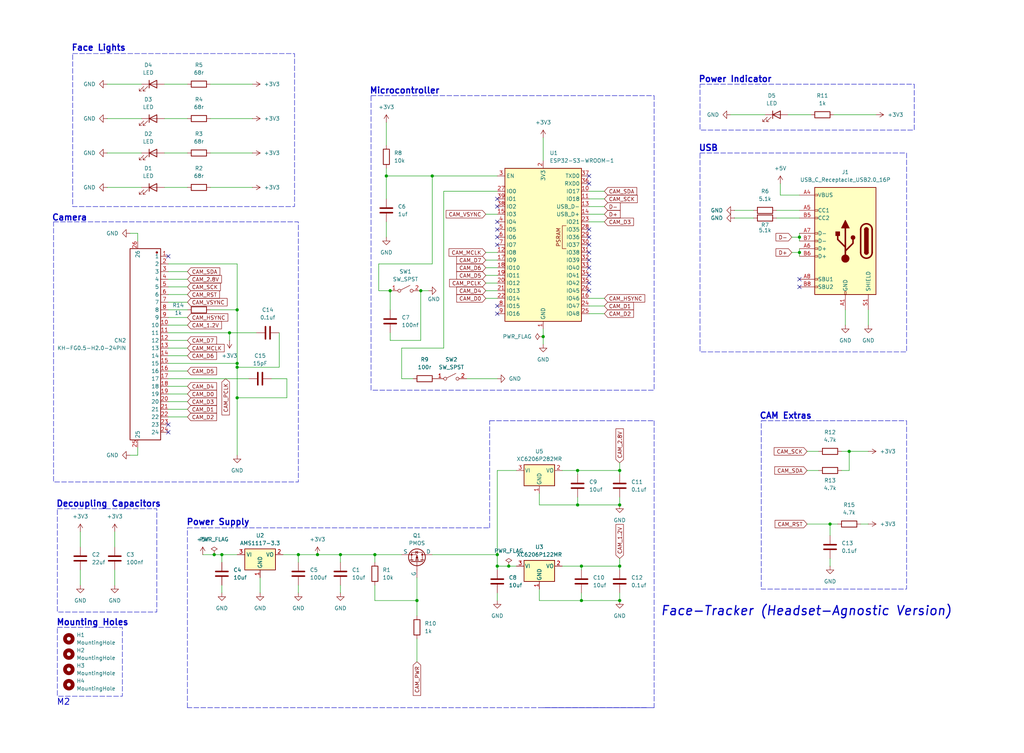
<source format=kicad_sch>
(kicad_sch (version 20250114) (generator "eeschema") (generator_version "9.0")
  (paper "User" 340 250)
  (title_block (title "FaceTracker") (date "2026-01-25") (rev "EV2") (company "Primis"))
  (rectangle (start 24.13 17.78) (end 97.79 68.58) (stroke (width 0) (type dash)))
  (rectangle (start 252.73 139.7) (end 300.99 195.58) (stroke (width 0) (type dash)))
  (rectangle (start 17.78 73.66) (end 99.06 160.02) (stroke (width 0) (type dash)))
  (rectangle (start 19.05 168.91) (end 52.07 203.2) (stroke (width 0) (type dash)))
  (rectangle (start 232.41 50.8) (end 300.99 116.84) (stroke (width 0) (type dash)))
  (rectangle (start 123.19 31.75) (end 217.17 129.54) (stroke (width 0) (type dash)))
  (rectangle (start 19.05 208.28) (end 40.64 231.14) (stroke (width 0) (type dash)))
  (rectangle (start 232.41 27.94) (end 303.53 43.18) (stroke (width 0) (type dash)))
  (text "Decoupling Capacitors" (at 36.068 167.386 0) (effects (font (size 2.032 2.032) (thickness 0.4064) (bold yes))))
  (text "Face Lights" (at 32.766 16.002 0) (effects (font (size 2.032 2.032) (thickness 0.4064) (bold yes))))
  (text "Mounting Holes" (at 30.734 206.756 0) (effects (font (size 2.032 2.032) (thickness 0.4064) (bold yes))))
  (text "Microcontroller\n" (at 134.366 30.226 0) (effects (font (size 2.032 2.032) (thickness 0.4064) (bold yes))))
  (text "Power Indicator" (at 244.094 26.416 0) (effects (font (size 2.032 2.032) (thickness 0.4064) (bold yes))))
  (text "M2" (at 21.082 233.172 0) (effects (font (size 2.032 2.032) (thickness 0.254))))
  (text "Face-Tracker (Headset-Agnostic Version)" (at 267.716 202.946 0) (effects (font (size 3.0226 3.0226) (thickness 0.4064) (bold yes) (italic yes))))
  (text "USB" (at 235.204 49.276 0) (effects (font (size 2.032 2.032) (thickness 0.4064) (bold yes))))
  (text "Camera" (at 23.114 72.39 0) (effects (font (size 2.032 2.032) (thickness 0.4064) (bold yes))))
  (text "CAM Extras" (at 260.858 138.176 0) (effects (font (size 2.032 2.032) (thickness 0.4064) (bold yes))))
  (text "Power Supply" (at 72.39 173.482 0) (effects (font (size 2.032 2.032) (thickness 0.4064) (bold yes))))
  (junction (at 205.74 167.64))
  (junction (at 78.74 120.65))
  (junction (at 78.74 102.87))
  (junction (at 99.06 184.15))
  (junction (at 139.7 96.52))
  (junction (at 168.91 187.96))
  (junction (at 265.43 83.82))
  (junction (at 193.04 199.39))
  (junction (at 105.41 184.15))
  (junction (at 78.74 132.08))
  (junction (at 165.1 184.15))
  (junction (at 275.59 173.99))
  (junction (at 180.34 111.76))
  (junction (at 165.1 187.96))
  (junction (at 128.27 58.42))
  (junction (at 73.66 184.15))
  (junction (at 205.74 187.96))
  (junction (at 124.46 184.15))
  (junction (at 71.12 184.15))
  (junction (at 205.74 199.39))
  (junction (at 205.74 156.21))
  (junction (at 143.51 58.42))
  (junction (at 193.04 187.96))
  (junction (at 129.54 96.52))
  (junction (at 281.94 149.86))
  (junction (at 76.2 110.49))
  (junction (at 78.74 121.92))
  (junction (at 191.77 156.21))
  (junction (at 138.43 199.39))
  (junction (at 191.77 167.64))
  (junction (at 113.03 184.15))
  (junction (at 265.43 78.74))
  (no_connect (at 165.1 73.66))
  (no_connect (at 165.1 78.74))
  (no_connect (at 165.1 101.6))
  (no_connect (at 195.58 76.2))
  (no_connect (at 195.58 86.36))
  (no_connect (at 165.1 66.04))
  (no_connect (at 195.58 81.28))
  (no_connect (at 195.58 91.44))
  (no_connect (at 55.88 85.09))
  (no_connect (at 165.1 104.14))
  (no_connect (at 195.58 78.74))
  (no_connect (at 195.58 83.82))
  (no_connect (at 195.58 88.9))
  (no_connect (at 165.1 81.28))
  (no_connect (at 55.88 143.51))
  (no_connect (at 265.43 95.25))
  (no_connect (at 195.58 60.96))
  (no_connect (at 55.88 140.97))
  (no_connect (at 165.1 76.2))
  (no_connect (at 165.1 68.58))
  (no_connect (at 195.58 93.98))
  (no_connect (at 195.58 96.52))
  (no_connect (at 265.43 92.71))
  (no_connect (at 195.58 58.42))
  (wire (pts (xy 99.06 184.15) (xy 105.41 184.15)))
  (wire (pts (xy 55.88 92.71) (xy 62.23 92.71)))
  (wire (pts (xy 139.7 96.52) (xy 142.24 96.52)))
  (wire (pts (xy 78.74 120.65) (xy 78.74 121.92)))
  (wire (pts (xy 265.43 64.77) (xy 259.08 64.77)))
  (wire (pts (xy 76.2 110.49) (xy 76.2 113.03)))
  (wire (pts (xy 54.61 62.23) (xy 62.23 62.23)))
  (wire (pts (xy 161.29 71.12) (xy 165.1 71.12)))
  (wire (pts (xy 133.35 125.73) (xy 137.16 125.73)))
  (wire (pts (xy 143.51 87.63) (xy 125.73 87.63)))
  (wire (pts (xy 45.72 151.13) (xy 43.18 151.13)))
  (wire (pts (xy 259.08 64.77) (xy 259.08 60.96)))
  (wire (pts (xy 129.54 96.52) (xy 129.54 102.87)))
  (wire (pts (xy 95.25 132.08) (xy 78.74 132.08)))
  (polyline (pts (xy 162.56 139.7) (xy 217.17 139.7)) (stroke (width 0) (type dash)))
  (wire (pts (xy 128.27 58.42) (xy 143.51 58.42)))
  (wire (pts (xy 71.12 184.15) (xy 73.66 184.15)))
  (wire (pts (xy 35.56 50.8) (xy 46.99 50.8)))
  (wire (pts (xy 154.94 125.73) (xy 165.1 125.73)))
  (wire (pts (xy 191.77 167.64) (xy 205.74 167.64)))
  (wire (pts (xy 186.69 156.21) (xy 191.77 156.21)))
  (wire (pts (xy 257.81 69.85) (xy 265.43 69.85)))
  (wire (pts (xy 55.88 90.17) (xy 62.23 90.17)))
  (wire (pts (xy 205.74 187.96) (xy 205.74 185.42)))
  (wire (pts (xy 55.88 102.87) (xy 62.23 102.87)))
  (wire (pts (xy 55.88 118.11) (xy 62.23 118.11)))
  (wire (pts (xy 165.1 184.15) (xy 165.1 156.21)))
  (wire (pts (xy 55.88 87.63) (xy 78.74 87.63)))
  (wire (pts (xy 275.59 173.99) (xy 278.13 173.99)))
  (wire (pts (xy 113.03 184.15) (xy 113.03 186.69)))
  (wire (pts (xy 124.46 184.15) (xy 124.46 186.69)))
  (wire (pts (xy 195.58 101.6) (xy 200.66 101.6)))
  (wire (pts (xy 128.27 40.64) (xy 128.27 48.26)))
  (wire (pts (xy 73.66 184.15) (xy 73.66 186.69)))
  (wire (pts (xy 281.94 149.86) (xy 288.29 149.86)))
  (wire (pts (xy 242.57 38.1) (xy 254 38.1)))
  (wire (pts (xy 276.86 38.1) (xy 290.83 38.1)))
  (wire (pts (xy 125.73 87.63) (xy 125.73 96.52)))
  (wire (pts (xy 55.88 138.43) (xy 62.23 138.43)))
  (wire (pts (xy 265.43 82.55) (xy 265.43 83.82)))
  (wire (pts (xy 73.66 184.15) (xy 78.74 184.15)))
  (wire (pts (xy 55.88 133.35) (xy 62.23 133.35)))
  (wire (pts (xy 45.72 148.59) (xy 45.72 151.13)))
  (wire (pts (xy 128.27 58.42) (xy 128.27 66.04)))
  (wire (pts (xy 99.06 194.31) (xy 99.06 196.85)))
  (wire (pts (xy 55.88 130.81) (xy 62.23 130.81)))
  (wire (pts (xy 205.74 165.1) (xy 205.74 167.64)))
  (wire (pts (xy 55.88 97.79) (xy 62.23 97.79)))
  (wire (pts (xy 76.2 110.49) (xy 85.09 110.49)))
  (wire (pts (xy 243.84 72.39) (xy 250.19 72.39)))
  (wire (pts (xy 180.34 111.76) (xy 180.34 114.3)))
  (polyline (pts (xy 217.17 234.95) (xy 180.34 234.95)))
  (wire (pts (xy 257.81 72.39) (xy 265.43 72.39)))
  (wire (pts (xy 92.71 110.49) (xy 92.71 121.92)))
  (wire (pts (xy 38.1 176.53) (xy 38.1 181.61)))
  (wire (pts (xy 133.35 115.57) (xy 133.35 125.73)))
  (wire (pts (xy 55.88 120.65) (xy 78.74 120.65)))
  (wire (pts (xy 205.74 156.21) (xy 205.74 153.67)))
  (wire (pts (xy 195.58 73.66) (xy 200.66 73.66)))
  (wire (pts (xy 179.07 195.58) (xy 179.07 199.39)))
  (wire (pts (xy 55.88 113.03) (xy 62.23 113.03)))
  (wire (pts (xy 113.03 184.15) (xy 124.46 184.15)))
  (wire (pts (xy 205.74 156.21) (xy 205.74 157.48)))
  (wire (pts (xy 267.97 156.21) (xy 271.78 156.21)))
  (wire (pts (xy 99.06 184.15) (xy 99.06 186.69)))
  (wire (pts (xy 138.43 199.39) (xy 138.43 204.47)))
  (wire (pts (xy 113.03 194.31) (xy 113.03 196.85)))
  (wire (pts (xy 92.71 121.92) (xy 78.74 121.92)))
  (wire (pts (xy 95.25 125.73) (xy 95.25 132.08)))
  (wire (pts (xy 179.07 199.39) (xy 193.04 199.39)))
  (wire (pts (xy 161.29 88.9) (xy 165.1 88.9)))
  (polyline (pts (xy 62.23 234.95) (xy 62.23 175.26)) (stroke (width 0) (type dash)))
  (wire (pts (xy 279.4 156.21) (xy 281.94 156.21)))
  (wire (pts (xy 161.29 96.52) (xy 165.1 96.52)))
  (wire (pts (xy 38.1 189.23) (xy 38.1 194.31)))
  (wire (pts (xy 165.1 156.21) (xy 171.45 156.21)))
  (wire (pts (xy 138.43 191.77) (xy 138.43 199.39)))
  (wire (pts (xy 55.88 100.33) (xy 62.23 100.33)))
  (wire (pts (xy 275.59 173.99) (xy 275.59 177.8)))
  (wire (pts (xy 128.27 55.88) (xy 128.27 58.42)))
  (wire (pts (xy 195.58 66.04) (xy 200.66 66.04)))
  (wire (pts (xy 279.4 149.86) (xy 281.94 149.86)))
  (wire (pts (xy 195.58 99.06) (xy 200.66 99.06)))
  (wire (pts (xy 78.74 132.08) (xy 78.74 151.13)))
  (wire (pts (xy 191.77 156.21) (xy 191.77 157.48)))
  (wire (pts (xy 180.34 45.72) (xy 180.34 53.34)))
  (wire (pts (xy 45.72 80.01) (xy 45.72 77.47)))
  (wire (pts (xy 161.29 99.06) (xy 165.1 99.06)))
  (wire (pts (xy 195.58 71.12) (xy 200.66 71.12)))
  (wire (pts (xy 139.7 113.03) (xy 139.7 96.52)))
  (wire (pts (xy 78.74 102.87) (xy 78.74 120.65)))
  (wire (pts (xy 195.58 63.5) (xy 200.66 63.5)))
  (wire (pts (xy 55.88 123.19) (xy 62.23 123.19)))
  (wire (pts (xy 165.1 184.15) (xy 165.1 187.96)))
  (wire (pts (xy 54.61 39.37) (xy 62.23 39.37)))
  (wire (pts (xy 165.1 63.5) (xy 147.32 63.5)))
  (wire (pts (xy 193.04 187.96) (xy 193.04 189.23)))
  (wire (pts (xy 191.77 165.1) (xy 191.77 167.64)))
  (wire (pts (xy 267.97 149.86) (xy 271.78 149.86)))
  (wire (pts (xy 69.85 50.8) (xy 83.82 50.8)))
  (wire (pts (xy 265.43 77.47) (xy 265.43 78.74)))
  (wire (pts (xy 205.74 196.85) (xy 205.74 199.39)))
  (polyline (pts (xy 217.17 139.7) (xy 217.17 234.95)) (stroke (width 0) (type dash)))
  (wire (pts (xy 191.77 156.21) (xy 205.74 156.21)))
  (wire (pts (xy 73.66 194.31) (xy 73.66 196.85)))
  (wire (pts (xy 205.74 187.96) (xy 205.74 189.23)))
  (wire (pts (xy 147.32 63.5) (xy 147.32 115.57)))
  (wire (pts (xy 55.88 95.25) (xy 62.23 95.25)))
  (wire (pts (xy 55.88 125.73) (xy 82.55 125.73)))
  (wire (pts (xy 165.1 187.96) (xy 168.91 187.96)))
  (wire (pts (xy 143.51 184.15) (xy 165.1 184.15)))
  (wire (pts (xy 267.97 173.99) (xy 275.59 173.99)))
  (polyline (pts (xy 62.23 175.26) (xy 162.56 175.26)) (stroke (width 0) (type dash)))
  (wire (pts (xy 275.59 185.42) (xy 275.59 187.96)))
  (wire (pts (xy 69.85 102.87) (xy 78.74 102.87)))
  (wire (pts (xy 55.88 128.27) (xy 62.23 128.27)))
  (wire (pts (xy 129.54 110.49) (xy 129.54 113.03)))
  (wire (pts (xy 262.89 83.82) (xy 265.43 83.82)))
  (wire (pts (xy 261.62 38.1) (xy 269.24 38.1)))
  (wire (pts (xy 179.07 167.64) (xy 191.77 167.64)))
  (wire (pts (xy 54.61 50.8) (xy 62.23 50.8)))
  (wire (pts (xy 124.46 194.31) (xy 124.46 199.39)))
  (wire (pts (xy 193.04 199.39) (xy 205.74 199.39)))
  (wire (pts (xy 78.74 87.63) (xy 78.74 102.87)))
  (wire (pts (xy 193.04 187.96) (xy 205.74 187.96)))
  (wire (pts (xy 161.29 86.36) (xy 165.1 86.36)))
  (wire (pts (xy 195.58 68.58) (xy 200.66 68.58)))
  (wire (pts (xy 55.88 105.41) (xy 62.23 105.41)))
  (wire (pts (xy 67.31 184.15) (xy 71.12 184.15)))
  (wire (pts (xy 45.72 77.47) (xy 43.18 77.47)))
  (wire (pts (xy 124.46 199.39) (xy 138.43 199.39)))
  (wire (pts (xy 161.29 93.98) (xy 165.1 93.98)))
  (wire (pts (xy 26.67 189.23) (xy 26.67 194.31)))
  (wire (pts (xy 69.85 39.37) (xy 83.82 39.37)))
  (wire (pts (xy 124.46 184.15) (xy 133.35 184.15)))
  (wire (pts (xy 55.88 107.95) (xy 62.23 107.95)))
  (wire (pts (xy 55.88 135.89) (xy 62.23 135.89)))
  (wire (pts (xy 161.29 91.44) (xy 165.1 91.44)))
  (wire (pts (xy 35.56 27.94) (xy 46.99 27.94)))
  (wire (pts (xy 280.67 102.87) (xy 280.67 107.95)))
  (wire (pts (xy 165.1 196.85) (xy 165.1 199.39)))
  (wire (pts (xy 186.69 187.96) (xy 193.04 187.96)))
  (wire (pts (xy 86.36 191.77) (xy 86.36 196.85)))
  (wire (pts (xy 69.85 27.94) (xy 83.82 27.94)))
  (wire (pts (xy 26.67 176.53) (xy 26.67 181.61)))
  (wire (pts (xy 35.56 62.23) (xy 46.99 62.23)))
  (wire (pts (xy 54.61 27.94) (xy 62.23 27.94)))
  (wire (pts (xy 93.98 184.15) (xy 99.06 184.15)))
  (wire (pts (xy 165.1 187.96) (xy 165.1 189.23)))
  (polyline (pts (xy 214.63 234.95) (xy 62.23 234.95)) (stroke (width 0) (type dash)))
  (wire (pts (xy 288.29 102.87) (xy 288.29 107.95)))
  (wire (pts (xy 78.74 121.92) (xy 78.74 132.08)))
  (wire (pts (xy 128.27 73.66) (xy 128.27 78.74)))
  (wire (pts (xy 193.04 196.85) (xy 193.04 199.39)))
  (wire (pts (xy 265.43 83.82) (xy 265.43 85.09)))
  (wire (pts (xy 265.43 78.74) (xy 265.43 80.01)))
  (wire (pts (xy 281.94 156.21) (xy 281.94 149.86)))
  (wire (pts (xy 138.43 212.09) (xy 138.43 219.71)))
  (wire (pts (xy 125.73 96.52) (xy 129.54 96.52)))
  (wire (pts (xy 180.34 109.22) (xy 180.34 111.76)))
  (wire (pts (xy 35.56 39.37) (xy 46.99 39.37)))
  (wire (pts (xy 55.88 110.49) (xy 76.2 110.49)))
  (wire (pts (xy 147.32 115.57) (xy 133.35 115.57)))
  (wire (pts (xy 69.85 62.23) (xy 83.82 62.23)))
  (wire (pts (xy 262.89 78.74) (xy 265.43 78.74)))
  (wire (pts (xy 105.41 184.15) (xy 113.03 184.15)))
  (wire (pts (xy 161.29 83.82) (xy 165.1 83.82)))
  (wire (pts (xy 143.51 58.42) (xy 143.51 87.63)))
  (wire (pts (xy 243.84 69.85) (xy 250.19 69.85)))
  (polyline (pts (xy 162.56 175.26) (xy 162.56 139.7)) (stroke (width 0) (type dash)))
  (wire (pts (xy 285.75 173.99) (xy 288.29 173.99)))
  (wire (pts (xy 55.88 115.57) (xy 62.23 115.57)))
  (wire (pts (xy 179.07 163.83) (xy 179.07 167.64)))
  (wire (pts (xy 129.54 113.03) (xy 139.7 113.03)))
  (wire (pts (xy 195.58 104.14) (xy 200.66 104.14)))
  (wire (pts (xy 90.17 125.73) (xy 95.25 125.73)))
  (wire (pts (xy 143.51 58.42) (xy 165.1 58.42)))
  (wire (pts (xy 168.91 187.96) (xy 171.45 187.96)))
  (global_label "CAM_SDA" (shape input) (at 200.66 63.5 0) (property "Intersheetrefs" "${INTERSHEET_REFS}" (effects (hide yes))))
  (global_label "D+" (shape input) (at 262.89 83.82 180) (property "Intersheetrefs" "${INTERSHEET_REFS}" (effects (hide yes))))
  (global_label "CAM_SCK" (shape input) (at 267.97 149.86 180) (property "Intersheetrefs" "${INTERSHEET_REFS}" (effects (hide yes))))
  (global_label "CAM_2.8V" (shape input) (at 62.23 92.71 0) (property "Intersheetrefs" "${INTERSHEET_REFS}" (effects (hide yes))))
  (global_label "CAM_D0" (shape input) (at 62.23 130.81 0) (property "Intersheetrefs" "${INTERSHEET_REFS}" (effects (hide yes))))
  (global_label "CAM_D4" (shape input) (at 161.29 96.52 180) (property "Intersheetrefs" "${INTERSHEET_REFS}" (effects (hide yes))))
  (global_label "CAM_D3" (shape input) (at 62.23 133.35 0) (property "Intersheetrefs" "${INTERSHEET_REFS}" (effects (hide yes))))
  (global_label "CAM_VSYNC" (shape input) (at 62.23 100.33 0) (property "Intersheetrefs" "${INTERSHEET_REFS}" (effects (hide yes))))
  (global_label "CAM_PCLK" (shape input) (at 74.93 125.73 270) (property "Intersheetrefs" "${INTERSHEET_REFS}" (effects (hide yes))))
  (global_label "CAM_D4" (shape input) (at 62.23 128.27 0) (property "Intersheetrefs" "${INTERSHEET_REFS}" (effects (hide yes))))
  (global_label "CAM_RST" (shape input) (at 267.97 173.99 180) (property "Intersheetrefs" "${INTERSHEET_REFS}" (effects (hide yes))))
  (global_label "CAM_SDA" (shape input) (at 267.97 156.21 180) (property "Intersheetrefs" "${INTERSHEET_REFS}" (effects (hide yes))))
  (global_label "CAM_D0" (shape input) (at 161.29 99.06 180) (property "Intersheetrefs" "${INTERSHEET_REFS}" (effects (hide yes))))
  (global_label "CAM_HSYNC" (shape input) (at 62.23 105.41 0) (property "Intersheetrefs" "${INTERSHEET_REFS}" (effects (hide yes))))
  (global_label "CAM_VSYNC" (shape input) (at 161.29 71.12 180) (property "Intersheetrefs" "${INTERSHEET_REFS}" (effects (hide yes))))
  (global_label "D+" (shape input) (at 200.66 71.12 0) (property "Intersheetrefs" "${INTERSHEET_REFS}" (effects (hide yes))))
  (global_label "CAM_D1" (shape input) (at 62.23 135.89 0) (property "Intersheetrefs" "${INTERSHEET_REFS}" (effects (hide yes))))
  (global_label "CAM_HSYNC" (shape input) (at 200.66 99.06 0) (property "Intersheetrefs" "${INTERSHEET_REFS}" (effects (hide yes))))
  (global_label "CAM_MCLK" (shape input) (at 161.29 83.82 180) (property "Intersheetrefs" "${INTERSHEET_REFS}" (effects (hide yes))))
  (global_label "CAM_D1" (shape input) (at 200.66 101.6 0) (property "Intersheetrefs" "${INTERSHEET_REFS}" (effects (hide yes))))
  (global_label "CAM_D5" (shape input) (at 62.23 123.19 0) (property "Intersheetrefs" "${INTERSHEET_REFS}" (effects (hide yes))))
  (global_label "CAM_D3" (shape input) (at 200.66 73.66 0) (property "Intersheetrefs" "${INTERSHEET_REFS}" (effects (hide yes))))
  (global_label "CAM_PWR" (shape input) (at 138.43 219.71 270) (property "Intersheetrefs" "${INTERSHEET_REFS}" (effects (hide yes))))
  (global_label "CAM_SCK" (shape input) (at 200.66 66.04 0) (property "Intersheetrefs" "${INTERSHEET_REFS}" (effects (hide yes))))
  (global_label "CAM_D2" (shape input) (at 62.23 138.43 0) (property "Intersheetrefs" "${INTERSHEET_REFS}" (effects (hide yes))))
  (global_label "CAM_RST" (shape input) (at 62.23 97.79 0) (property "Intersheetrefs" "${INTERSHEET_REFS}" (effects (hide yes))))
  (global_label "CAM_D6" (shape input) (at 62.23 118.11 0) (property "Intersheetrefs" "${INTERSHEET_REFS}" (effects (hide yes))))
  (global_label "CAM_1.2V" (shape input) (at 205.74 185.42 90) (property "Intersheetrefs" "${INTERSHEET_REFS}" (effects (hide yes))))
  (global_label "CAM_D7" (shape input) (at 62.23 113.03 0) (property "Intersheetrefs" "${INTERSHEET_REFS}" (effects (hide yes))))
  (global_label "D-" (shape input) (at 262.89 78.74 180) (property "Intersheetrefs" "${INTERSHEET_REFS}" (effects (hide yes))))
  (global_label "CAM_D6" (shape input) (at 161.29 88.9 180) (property "Intersheetrefs" "${INTERSHEET_REFS}" (effects (hide yes))))
  (global_label "D-" (shape input) (at 200.66 68.58 0) (property "Intersheetrefs" "${INTERSHEET_REFS}" (effects (hide yes))))
  (global_label "CAM_MCLK" (shape input) (at 62.23 115.57 0) (property "Intersheetrefs" "${INTERSHEET_REFS}" (effects (hide yes))))
  (global_label "CAM_D7" (shape input) (at 161.29 86.36 180) (property "Intersheetrefs" "${INTERSHEET_REFS}" (effects (hide yes))))
  (global_label "CAM_D5" (shape input) (at 161.29 91.44 180) (property "Intersheetrefs" "${INTERSHEET_REFS}" (effects (hide yes))))
  (global_label "CAM_SDA" (shape input) (at 62.23 90.17 0) (property "Intersheetrefs" "${INTERSHEET_REFS}" (effects (hide yes))))
  (global_label "CAM_D2" (shape input) (at 200.66 104.14 0) (property "Intersheetrefs" "${INTERSHEET_REFS}" (effects (hide yes))))
  (global_label "CAM_1.2V" (shape input) (at 62.23 107.95 0) (property "Intersheetrefs" "${INTERSHEET_REFS}" (effects (hide yes))))
  (global_label "CAM_SCK" (shape input) (at 62.23 95.25 0) (property "Intersheetrefs" "${INTERSHEET_REFS}" (effects (hide yes))))
  (global_label "CAM_PCLK" (shape input) (at 161.29 93.98 180) (property "Intersheetrefs" "${INTERSHEET_REFS}" (effects (hide yes))))
  (global_label "CAM_2.8V" (shape input) (at 205.74 153.67 90) (property "Intersheetrefs" "${INTERSHEET_REFS}" (effects (hide yes))))
  (symbol (lib_id "power:GND") (at 205.74 199.39 0) (unit 1)
    (property "Reference" "#PWR032" (effects (hide yes)))
    (property "Value" "GND" (at 205.74 204.47 0))
    (property "Description" "Power symbol creates a global label with name \"GND\" , ground" (effects (hide yes)))
  )
  (symbol (lib_id "Regulator_Linear:AMS1117-3.3") (at 86.36 184.15 0) (unit 1)
    (property "Reference" "U2" (at 86.36 177.8 0))
    (property "Value" "AMS1117-3.3" (at 86.36 180.34 0))
    (property "Footprint" "Package_TO_SOT_SMD:SOT-223-3_TabPin2" (effects (hide yes)))
    (property "Datasheet" "http://www.advanced-monolithic.com/pdf/ds1117.pdf" (effects (hide yes)))
    (property "Description" "1A Low Dropout regulator, positive, 3.3V fixed output, SOT-223" (effects (hide yes)))
  )
  (symbol (lib_id "Regulator_Linear:XC6206PxxxMR") (at 179.07 187.96 0) (unit 1)
    (property "Reference" "U3" (at 179.07 181.61 0))
    (property "Value" "XC6206P122MR" (at 179.07 184.15 0))
    (property "Footprint" "Package_TO_SOT_SMD:SOT-23-3" (effects (hide yes)))
    (property "Datasheet" "https://www.torexsemi.com/file/xc6206/XC6206.pdf" (effects (hide yes)))
    (property "Description" "Positive 60-250mA Low Dropout Regulator, Fixed Output, SOT-23" (effects (hide yes)))
  )
  (symbol (lib_id "power:GND") (at 243.84 72.39 270) (unit 1)
    (property "Reference" "#PWR016" (effects (hide yes)))
    (property "Value" "GND" (at 240.03 72.3899 90) (effects (justify right)))
    (property "Description" "Power symbol creates a global label with name \"GND\" , ground" (effects (hide yes)))
  )
  (symbol (lib_id "power:+3V3") (at 83.82 27.94 270) (unit 1)
    (property "Reference" "#PWR010" (effects (hide yes)))
    (property "Value" "+3V3" (at 87.63 27.9399 90) (effects (justify left)))
    (property "Description" "Power symbol creates a global label with name \"+3V3\"" (effects (hide yes)))
  )
  (symbol (lib_id "power:+3V3") (at 288.29 173.99 270) (unit 1)
    (property "Reference" "#PWR036" (effects (hide yes)))
    (property "Value" "+3V3" (at 292.1 173.9899 90) (effects (justify left)))
    (property "Description" "Power symbol creates a global label with name \"+3V3\"" (effects (hide yes)))
  )
  (symbol (lib_id "Device:R") (at 140.97 125.73 90) (unit 1)
    (property "Reference" "R9" (at 140.97 119.38 90))
    (property "Value" "100r" (at 140.97 121.92 90))
    (property "Footprint" "Resistor_SMD:R_0603_1608Metric" (effects (hide yes)))
    (property "Description" "Resistor" (effects (hide yes)))
  )
  (symbol (lib_id "power:+3V3") (at 83.82 39.37 270) (unit 1)
    (property "Reference" "#PWR08" (effects (hide yes)))
    (property "Value" "+3V3" (at 87.63 39.3699 90) (effects (justify left)))
    (property "Description" "Power symbol creates a global label with name \"+3V3\"" (effects (hide yes)))
  )
  (symbol (lib_id "Device:R") (at 254 72.39 90) (unit 1)
    (property "Reference" "R7" (at 254 74.676 90))
    (property "Value" "5.1k" (at 254 76.454 90))
    (property "Footprint" "Resistor_SMD:R_0805_2012Metric" (effects (hide yes)))
    (property "Description" "Resistor" (effects (hide yes)))
  )
  (symbol (lib_id "Device:C") (at 193.04 193.04 0) (unit 1)
    (property "Reference" "C10" (at 196.85 191.7699 0) (effects (justify left)))
    (property "Value" "10uf" (at 196.85 194.3099 0) (effects (justify left)))
    (property "Footprint" "Capacitor_SMD:C_0805_2012Metric" (effects (hide yes)))
    (property "Description" "Unpolarized capacitor" (effects (hide yes)))
  )
  (symbol (lib_id "Device:C") (at 165.1 193.04 0) (unit 1)
    (property "Reference" "C8" (at 168.91 191.7699 0) (effects (justify left)))
    (property "Value" "10uf" (at 168.91 194.3099 0) (effects (justify left)))
    (property "Footprint" "Capacitor_SMD:C_0805_2012Metric" (effects (hide yes)))
    (property "Description" "Unpolarized capacitor" (effects (hide yes)))
  )
  (symbol (lib_id "Device:C") (at 129.54 106.68 180) (unit 1)
    (property "Reference" "C7" (at 133.35 105.4099 0) (effects (justify right)))
    (property "Value" "100nf" (at 133.35 107.9499 0) (effects (justify right)))
    (property "Footprint" "Capacitor_SMD:C_0603_1608Metric" (effects (hide yes)))
    (property "Description" "Unpolarized capacitor" (effects (hide yes)))
  )
  (symbol (lib_id "Device:C") (at 128.27 69.85 0) (unit 1)
    (property "Reference" "C6" (at 132.08 68.5799 0) (effects (justify left)))
    (property "Value" "1uf" (at 132.08 71.1199 0) (effects (justify left)))
    (property "Footprint" "Capacitor_SMD:C_0603_1608Metric" (effects (hide yes)))
    (property "Description" "Unpolarized capacitor" (effects (hide yes)))
  )
  (symbol (lib_id "power:GND") (at 113.03 196.85 0) (unit 1)
    (property "Reference" "#PWR029" (effects (hide yes)))
    (property "Value" "GND" (at 113.03 201.93 0))
    (property "Description" "Power symbol creates a global label with name \"GND\" , ground" (effects (hide yes)))
  )
  (symbol (lib_id "Device:C") (at 205.74 161.29 0) (unit 1)
    (property "Reference" "C11" (at 209.55 160.0199 0) (effects (justify left)))
    (property "Value" "0.1uf" (at 209.55 162.5599 0) (effects (justify left)))
    (property "Footprint" "Capacitor_SMD:C_0603_1608Metric" (effects (hide yes)))
    (property "Description" "Unpolarized capacitor" (effects (hide yes)))
  )
  (symbol (lib_id "Switch:SW_SPST") (at 134.62 96.52 0) (unit 1)
    (property "Reference" "SW1" (at 134.62 90.17 0))
    (property "Value" "SW_SPST" (at 134.62 92.71 0))
    (property "Footprint" "Button_Switch_SMD:SW_SPST_TS-1088-xR020" (effects (hide yes)))
    (property "Description" "Single Pole Single Throw (SPST) switch" (effects (hide yes)))
  )
  (symbol (lib_id "Mechanical:MountingHole") (at 22.86 212.09 0) (unit 1) (in_bom no)
    (property "Reference" "H1" (at 25.4 210.8199 0) (effects (justify left)))
    (property "Value" "MountingHole" (at 25.4 213.3599 0) (effects (justify left)))
    (property "Footprint" "MountingHole:MountingHole_2.2mm_M2" (effects (hide yes)))
    (property "Description" "Mounting Hole without connection" (effects (hide yes)))
  )
  (symbol (lib_id "Device:R") (at 275.59 156.21 270) (unit 1)
    (property "Reference" "R13" (at 275.59 159.512 90))
    (property "Value" "4.7k" (at 275.59 162.052 90))
    (property "Footprint" "Resistor_SMD:R_0805_2012Metric" (effects (hide yes)))
    (property "Description" "Resistor" (effects (hide yes)))
  )
  (symbol (lib_id "Mechanical:MountingHole") (at 22.86 217.17 0) (unit 1) (in_bom no)
    (property "Reference" "H2" (at 25.4 215.8999 0) (effects (justify left)))
    (property "Value" "MountingHole" (at 25.4 218.4399 0) (effects (justify left)))
    (property "Footprint" "MountingHole:MountingHole_2.2mm_M2" (effects (hide yes)))
    (property "Description" "Mounting Hole without connection" (effects (hide yes)))
  )
  (symbol (lib_id "Device:C") (at 88.9 110.49 90) (unit 1)
    (property "Reference" "C14" (at 88.9 102.87 90))
    (property "Value" "0.1uf" (at 88.9 105.41 90))
    (property "Footprint" "Capacitor_SMD:C_0603_1608Metric" (effects (hide yes)))
    (property "Description" "Unpolarized capacitor" (effects (hide yes)))
  )
  (symbol (lib_id "power:GND") (at 78.74 151.13 0) (unit 1)
    (property "Reference" "#PWR041" (effects (hide yes)))
    (property "Value" "GND" (at 78.74 156.21 0))
    (property "Description" "Power symbol creates a global label with name \"GND\" , ground" (effects (hide yes)))
  )
  (symbol (lib_id "Device:C") (at 73.66 190.5 0) (unit 1)
    (property "Reference" "C4" (at 77.47 189.2299 0) (effects (justify left)))
    (property "Value" "10uf" (at 77.47 191.7699 0) (effects (justify left)))
    (property "Footprint" "Capacitor_SMD:C_0805_2012Metric" (effects (hide yes)))
    (property "Description" "Unpolarized capacitor" (effects (hide yes)))
  )
  (symbol (lib_id "Device:R") (at 66.04 102.87 90) (unit 1)
    (property "Reference" "R14" (at 59.182 101.346 90))
    (property "Value" "1k" (at 59.182 103.886 90))
    (property "Footprint" "Resistor_SMD:R_0805_2012Metric" (effects (hide yes)))
    (property "Description" "Resistor" (effects (hide yes)))
  )
  (symbol (lib_id "power:GND") (at 180.34 114.3 0) (unit 1)
    (property "Reference" "#PWR042" (effects (hide yes)))
    (property "Value" "GND" (at 180.34 119.38 0))
    (property "Description" "Power symbol creates a global label with name \"GND\" , ground" (effects (hide yes)))
  )
  (symbol (lib_id "Device:C") (at 191.77 161.29 0) (unit 1)
    (property "Reference" "C9" (at 195.58 160.0199 0) (effects (justify left)))
    (property "Value" "10uf" (at 195.58 162.5599 0) (effects (justify left)))
    (property "Footprint" "Capacitor_SMD:C_0805_2012Metric" (effects (hide yes)))
    (property "Description" "Unpolarized capacitor" (effects (hide yes)))
  )
  (symbol (lib_id "Device:R") (at 66.04 39.37 90) (unit 1)
    (property "Reference" "R4" (at 66.04 33.02 90))
    (property "Value" "68r" (at 66.04 35.56 90))
    (property "Footprint" "Resistor_SMD:R_0603_1608Metric" (effects (hide yes)))
    (property "Description" "Resistor" (effects (hide yes)))
  )
  (symbol (lib_id "power:+3V3") (at 83.82 62.23 270) (unit 1)
    (property "Reference" "#PWR04" (effects (hide yes)))
    (property "Value" "+3V3" (at 87.63 62.2299 90) (effects (justify left)))
    (property "Description" "Power symbol creates a global label with name \"+3V3\"" (effects (hide yes)))
  )
  (symbol (lib_id "power:PWR_FLAG") (at 168.91 187.96 0) (unit 1)
    (property "Reference" "#FLG02" (effects (hide yes)))
    (property "Value" "PWR_FLAG" (at 168.91 182.88 0))
    (property "Description" "Special symbol for telling ERC where power comes from" (effects (hide yes)))
  )
  (symbol (lib_id "Device:R") (at 254 69.85 90) (unit 1)
    (property "Reference" "R6" (at 254 63.5 90))
    (property "Value" "5.1k" (at 254 66.04 90))
    (property "Footprint" "Resistor_SMD:R_0805_2012Metric" (effects (hide yes)))
    (property "Description" "Resistor" (effects (hide yes)))
  )
  (symbol (lib_id "Device:R") (at 128.27 52.07 180) (unit 1)
    (property "Reference" "R8" (at 130.81 50.7999 0) (effects (justify right)))
    (property "Value" "10k" (at 130.81 53.3399 0) (effects (justify right)))
    (property "Footprint" "Resistor_SMD:R_0805_2012Metric" (effects (hide yes)))
    (property "Description" "Resistor" (effects (hide yes)))
  )
  (symbol (lib_id "power:+5V") (at 259.08 60.96 0) (unit 1)
    (property "Reference" "#PWR017" (effects (hide yes)))
    (property "Value" "+5V" (at 259.08 55.88 0))
    (property "Description" "Power symbol creates a global label with name \"+5V\"" (effects (hide yes)))
  )
  (symbol (lib_id "Device:R") (at 138.43 208.28 180) (unit 1)
    (property "Reference" "R10" (at 140.97 207.0099 0) (effects (justify right)))
    (property "Value" "1k" (at 140.97 209.5499 0) (effects (justify right)))
    (property "Footprint" "Resistor_SMD:R_0805_2012Metric" (effects (hide yes)))
    (property "Description" "Resistor" (effects (hide yes)))
  )
  (symbol (lib_id "Device:C") (at 99.06 190.5 0) (unit 1)
    (property "Reference" "C5" (at 102.87 189.2299 0) (effects (justify left)))
    (property "Value" "100uf" (at 102.87 191.7699 0) (effects (justify left)))
    (property "Footprint" "Capacitor_SMD:C_1206_3216Metric" (effects (hide yes)))
    (property "Description" "Unpolarized capacitor" (effects (hide yes)))
  )
  (symbol (lib_id "Device:R") (at 273.05 38.1 90) (unit 1)
    (property "Reference" "R11" (at 273.05 31.75 90))
    (property "Value" "1k" (at 273.05 34.29 90))
    (property "Footprint" "Resistor_SMD:R_0805_2012Metric" (effects (hide yes)))
    (property "Description" "Resistor" (effects (hide yes)))
  )
  (symbol (lib_id "power:PWR_FLAG") (at 180.34 111.76 90) (unit 1)
    (property "Reference" "#FLG03" (effects (hide yes)))
    (property "Value" "PWR_FLAG" (at 176.53 111.7599 90) (effects (justify left)))
    (property "Description" "Special symbol for telling ERC where power comes from" (effects (hide yes)))
  )
  (symbol (lib_id "Device:R") (at 124.46 190.5 180) (unit 1)
    (property "Reference" "R1" (at 127 189.2299 0) (effects (justify right)))
    (property "Value" "10k" (at 127 191.7699 0) (effects (justify right)))
    (property "Footprint" "Resistor_SMD:R_0805_2012Metric" (effects (hide yes)))
    (property "Description" "Resistor" (effects (hide yes)))
  )
  (symbol (lib_id "power:PWR_FLAG") (at 71.12 184.15 0) (unit 1)
    (property "Reference" "#FLG01" (effects (hide yes)))
    (property "Value" "PWR_FLAG" (at 71.12 179.07 0))
    (property "Description" "Special symbol for telling ERC where power comes from" (effects (hide yes)))
  )
  (symbol (lib_id "power:GND") (at 205.74 167.64 0) (unit 1)
    (property "Reference" "#PWR031" (effects (hide yes)))
    (property "Value" "GND" (at 205.74 172.72 0))
    (property "Description" "Power symbol creates a global label with name \"GND\" , ground" (effects (hide yes)))
  )
  (symbol (lib_id "Device:LED") (at 50.8 39.37 0) (unit 1)
    (property "Reference" "D3" (at 49.2125 33.02 0))
    (property "Value" "LED" (at 49.2125 35.56 0))
    (property "Footprint" "LED_SMD:LED_0805_2012Metric" (effects (hide yes)))
    (property "Description" "Light emitting diode" (effects (hide yes)))
    (property "Sim.Pins" "1=K 2=A" (effects (hide yes)))
  )
  (symbol (lib_id "RF_Module:ESP32-S3-WROOM-1") (at 180.34 81.28 0) (unit 1)
    (property "Reference" "U1" (at 182.4833 50.8 0) (effects (justify left)))
    (property "Value" "ESP32-S3-WROOM-1" (at 182.4833 53.34 0) (effects (justify left)))
    (property "Footprint" "RF_Module:ESP32-S3-WROOM-1" (effects (hide yes)))
    (property "Datasheet" "https://www.espressif.com/sites/default/files/documentation/esp32-s3-wroom-1_wroom-1u_datasheet_en.pdf" (effects (hide yes)))
    (property "Description" "RF Module, ESP32-S3 SoC, Wi-Fi 802.11b/g/n, Bluetooth, BLE, 32-bit, 3.3V, onboard antenna, SMD" (effects (hide yes)))
  )
  (symbol (lib_id "Device:R") (at 66.04 27.94 90) (unit 1)
    (property "Reference" "R5" (at 66.04 21.59 90))
    (property "Value" "68r" (at 66.04 24.13 90))
    (property "Footprint" "Resistor_SMD:R_0603_1608Metric" (effects (hide yes)))
    (property "Description" "Resistor" (effects (hide yes)))
  )
  (symbol (lib_id "Device:C") (at 38.1 185.42 0) (unit 1)
    (property "Reference" "C3" (at 41.91 184.1499 0) (effects (justify left)))
    (property "Value" "100nf" (at 41.91 186.6899 0) (effects (justify left)))
    (property "Footprint" "Capacitor_SMD:C_0603_1608Metric" (effects (hide yes)))
    (property "Description" "Unpolarized capacitor" (effects (hide yes)))
  )
  (symbol (lib_id "power:GND") (at 165.1 125.73 90) (unit 1)
    (property "Reference" "#PWR028" (effects (hide yes)))
    (property "Value" "GND" (at 168.91 125.7299 90) (effects (justify right)))
    (property "Description" "Power symbol creates a global label with name \"GND\" , ground" (effects (hide yes)))
  )
  (symbol (lib_id "Device:C") (at 205.74 193.04 0) (unit 1)
    (property "Reference" "C12" (at 209.55 191.7699 0) (effects (justify left)))
    (property "Value" "0.1uf" (at 209.55 194.3099 0) (effects (justify left)))
    (property "Footprint" "Capacitor_SMD:C_0603_1608Metric" (effects (hide yes)))
    (property "Description" "Unpolarized capacitor" (effects (hide yes)))
  )
  (symbol (lib_id "power:GND") (at 128.27 78.74 0) (unit 1)
    (property "Reference" "#PWR025" (effects (hide yes)))
    (property "Value" "GND" (at 128.27 83.82 0))
    (property "Description" "Power symbol creates a global label with name \"GND\" , ground" (effects (hide yes)))
  )
  (symbol (lib_id "power:+3V3") (at 288.29 149.86 270) (unit 1)
    (property "Reference" "#PWR035" (effects (hide yes)))
    (property "Value" "+3V3" (at 292.1 149.8599 90) (effects (justify left)))
    (property "Description" "Power symbol creates a global label with name \"+3V3\"" (effects (hide yes)))
  )
  (symbol (lib_id "power:GND") (at 86.36 196.85 0) (unit 1)
    (property "Reference" "#PWR022" (effects (hide yes)))
    (property "Value" "GND" (at 86.36 201.93 0))
    (property "Description" "Power symbol creates a global label with name \"GND\" , ground" (effects (hide yes)))
  )
  (symbol (lib_id "power:GND") (at 35.56 39.37 270) (unit 1)
    (property "Reference" "#PWR07" (effects (hide yes)))
    (property "Value" "GND" (at 31.75 39.3699 90) (effects (justify right)))
    (property "Description" "Power symbol creates a global label with name \"GND\" , ground" (effects (hide yes)))
  )
  (symbol (lib_id "power:GND") (at 242.57 38.1 270) (unit 1)
    (property "Reference" "#PWR033" (effects (hide yes)))
    (property "Value" "GND" (at 238.76 38.0999 90) (effects (justify right)))
    (property "Description" "Power symbol creates a global label with name \"GND\" , ground" (effects (hide yes)))
  )
  (symbol (lib_id "power:GND") (at 35.56 50.8 270) (unit 1)
    (property "Reference" "#PWR05" (effects (hide yes)))
    (property "Value" "GND" (at 31.75 50.7999 90) (effects (justify right)))
    (property "Description" "Power symbol creates a global label with name \"GND\" , ground" (effects (hide yes)))
  )
  (symbol (lib_id "Device:R") (at 66.04 50.8 90) (unit 1)
    (property "Reference" "R3" (at 66.04 44.45 90))
    (property "Value" "68r" (at 66.04 46.99 90))
    (property "Footprint" "Resistor_SMD:R_0603_1608Metric" (effects (hide yes)))
    (property "Description" "Resistor" (effects (hide yes)))
  )
  (symbol (lib_id "power:+3V3") (at 38.1 176.53 0) (unit 1)
    (property "Reference" "#PWR014" (effects (hide yes)))
    (property "Value" "+3V3" (at 38.1 171.45 0))
    (property "Description" "Power symbol creates a global label with name \"+3V3\"" (effects (hide yes)))
  )
  (symbol (lib_id "power:GND") (at 73.66 196.85 0) (unit 1)
    (property "Reference" "#PWR023" (effects (hide yes)))
    (property "Value" "GND" (at 73.66 201.93 0))
    (property "Description" "Power symbol creates a global label with name \"GND\" , ground" (effects (hide yes)))
  )
  (symbol (lib_id "kh-fg0.5-h2.0-24pin:KH-FG0.5-H2.0-24PIN") (at 50.8 115.57 0) (mirror y) (unit 1)
    (property "Reference" "CN2" (at 41.91 113.0299 0) (effects (justify left)))
    (property "Value" "KH-FG0.5-H2.0-24PIN" (at 41.91 115.5699 0) (effects (justify left)))
    (property "Footprint" "FaceTracker:FPC-SMD_KH-FG0.5-H2.0-24PIN" (effects (hide yes)))
  )
  (symbol (lib_id "Device:R") (at 275.59 149.86 270) (unit 1)
    (property "Reference" "R12" (at 275.59 143.51 90))
    (property "Value" "4.7k" (at 275.59 146.05 90))
    (property "Footprint" "Resistor_SMD:R_0805_2012Metric" (effects (hide yes)))
    (property "Description" "Resistor" (effects (hide yes)))
  )
  (symbol (lib_id "power:+5V") (at 67.31 184.15 0) (unit 1)
    (property "Reference" "#PWR020" (effects (hide yes)))
    (property "Value" "+5V" (at 67.31 179.07 0))
    (property "Description" "Power symbol creates a global label with name \"+5V\"" (effects (hide yes)))
  )
  (symbol (lib_id "Device:R") (at 281.94 173.99 270) (unit 1)
    (property "Reference" "R15" (at 281.94 167.64 90))
    (property "Value" "4.7k" (at 281.94 170.18 90))
    (property "Footprint" "Resistor_SMD:R_0805_2012Metric" (effects (hide yes)))
    (property "Description" "Resistor" (effects (hide yes)))
  )
  (symbol (lib_id "Connector:USB_C_Receptacle_USB2.0_16P") (at 280.67 80.01 0) (mirror y) (unit 1)
    (property "Reference" "J1" (at 280.67 57.15 0))
    (property "Value" "USB_C_Receptacle_USB2.0_16P" (at 280.67 59.69 0))
    (property "Footprint" "Connector_USB:USB_C_Receptacle_HRO_TYPE-C-31-M-12" (effects (hide yes)))
    (property "Datasheet" "https://www.usb.org/sites/default/files/documents/usb_type-c.zip" (effects (hide yes)))
    (property "Description" "USB 2.0-only 16P Type-C Receptacle connector" (effects (hide yes)))
  )
  (symbol (lib_id "power:GND") (at 280.67 107.95 0) (unit 1)
    (property "Reference" "#PWR018" (effects (hide yes)))
    (property "Value" "GND" (at 280.67 113.03 0))
    (property "Description" "Power symbol creates a global label with name \"GND\" , ground" (effects (hide yes)))
  )
  (symbol (lib_id "Simulation_SPICE:PMOS") (at 138.43 186.69 270) (mirror x) (unit 1)
    (property "Reference" "Q1" (at 138.43 177.8 90))
    (property "Value" "PMOS" (at 138.43 180.34 90))
    (property "Footprint" "Package_TO_SOT_SMD:SOT-23" (effects (hide yes)))
    (property "Datasheet" "https://ngspice.sourceforge.io/docs/ngspice-html-manual/manual.xhtml#cha_MOSFETs" (effects (hide yes)))
    (property "Description" "P-MOSFET transistor, drain/source/gate" (effects (hide yes)))
    (property "Sim.Device" "PMOS" (effects (hide yes)))
    (property "Sim.Type" "VDMOS" (effects (hide yes)))
    (property "Sim.Pins" "1=D 2=G 3=S" (effects (hide yes)))
  )
  (symbol (lib_id "Regulator_Linear:XC6206PxxxMR") (at 179.07 156.21 0) (unit 1)
    (property "Reference" "U5" (at 179.07 149.86 0))
    (property "Value" "XC6206P282MR" (at 179.07 152.4 0))
    (property "Footprint" "Package_TO_SOT_SMD:SOT-23-3" (effects (hide yes)))
    (property "Datasheet" "https://www.torexsemi.com/file/xc6206/XC6206.pdf" (effects (hide yes)))
    (property "Description" "Positive 60-250mA Low Dropout Regulator, Fixed Output, SOT-23" (effects (hide yes)))
  )
  (symbol (lib_id "power:GND") (at 35.56 27.94 270) (unit 1)
    (property "Reference" "#PWR09" (effects (hide yes)))
    (property "Value" "GND" (at 31.75 27.9399 90) (effects (justify right)))
    (property "Description" "Power symbol creates a global label with name \"GND\" , ground" (effects (hide yes)))
  )
  (symbol (lib_id "power:GND") (at 275.59 187.96 0) (unit 1)
    (property "Reference" "#PWR037" (effects (hide yes)))
    (property "Value" "GND" (at 275.59 193.04 0))
    (property "Description" "Power symbol creates a global label with name \"GND\" , ground" (effects (hide yes)))
  )
  (symbol (lib_id "power:GND") (at 43.18 151.13 270) (unit 1)
    (property "Reference" "#PWR040" (effects (hide yes)))
    (property "Value" "GND" (at 39.37 151.1299 90) (effects (justify right)))
    (property "Description" "Power symbol creates a global label with name \"GND\" , ground" (effects (hide yes)))
  )
  (symbol (lib_id "Switch:SW_SPST") (at 149.86 125.73 0) (unit 1)
    (property "Reference" "SW2" (at 149.86 119.38 0))
    (property "Value" "SW_SPST" (at 149.86 121.92 0))
    (property "Footprint" "Button_Switch_SMD:SW_SPST_TS-1088-xR020" (effects (hide yes)))
    (property "Description" "Single Pole Single Throw (SPST) switch" (effects (hide yes)))
  )
  (symbol (lib_id "power:+3V3") (at 26.67 176.53 0) (unit 1)
    (property "Reference" "#PWR013" (effects (hide yes)))
    (property "Value" "+3V3" (at 26.67 171.45 0))
    (property "Description" "Power symbol creates a global label with name \"+3V3\"" (effects (hide yes)))
  )
  (symbol (lib_id "power:GND") (at 288.29 107.95 0) (unit 1)
    (property "Reference" "#PWR019" (effects (hide yes)))
    (property "Value" "GND" (at 288.29 113.03 0))
    (property "Description" "Power symbol creates a global label with name \"GND\" , ground" (effects (hide yes)))
  )
  (symbol (lib_id "power:+3V3") (at 105.41 184.15 0) (unit 1)
    (property "Reference" "#PWR021" (effects (hide yes)))
    (property "Value" "+3V3" (at 105.41 179.07 0))
    (property "Description" "Power symbol creates a global label with name \"+3V3\"" (effects (hide yes)))
  )
  (symbol (lib_id "Device:LED") (at 50.8 62.23 0) (unit 1)
    (property "Reference" "D1" (at 49.2125 55.88 0))
    (property "Value" "LED" (at 49.2125 58.42 0))
    (property "Footprint" "LED_SMD:LED_0805_2012Metric" (effects (hide yes)))
    (property "Description" "Light emitting diode" (effects (hide yes)))
    (property "Sim.Pins" "1=K 2=A" (effects (hide yes)))
  )
  (symbol (lib_id "Mechanical:MountingHole") (at 22.86 222.25 0) (unit 1) (in_bom no)
    (property "Reference" "H3" (at 25.4 220.9799 0) (effects (justify left)))
    (property "Value" "MountingHole" (at 25.4 223.5199 0) (effects (justify left)))
    (property "Footprint" "MountingHole:MountingHole_2.2mm_M2" (effects (hide yes)))
    (property "Description" "Mounting Hole without connection" (effects (hide yes)))
  )
  (symbol (lib_id "power:GND") (at 243.84 69.85 270) (unit 1)
    (property "Reference" "#PWR015" (effects (hide yes)))
    (property "Value" "GND" (at 240.03 69.8499 90) (effects (justify right)))
    (property "Description" "Power symbol creates a global label with name \"GND\" , ground" (effects (hide yes)))
  )
  (symbol (lib_id "power:+3V3") (at 128.27 40.64 0) (unit 1)
    (property "Reference" "#PWR026" (effects (hide yes)))
    (property "Value" "+3V3" (at 128.27 35.56 0))
    (property "Description" "Power symbol creates a global label with name \"+3V3\"" (effects (hide yes)))
  )
  (symbol (lib_id "Mechanical:MountingHole") (at 22.86 227.33 0) (unit 1) (in_bom no)
    (property "Reference" "H4" (at 25.4 226.0599 0) (effects (justify left)))
    (property "Value" "MountingHole" (at 25.4 228.5999 0) (effects (justify left)))
    (property "Footprint" "MountingHole:MountingHole_2.2mm_M2" (effects (hide yes)))
    (property "Description" "Mounting Hole without connection" (effects (hide yes)))
  )
  (symbol (lib_id "Device:LED") (at 50.8 27.94 0) (unit 1)
    (property "Reference" "D4" (at 49.2125 21.59 0))
    (property "Value" "LED" (at 49.2125 24.13 0))
    (property "Footprint" "LED_SMD:LED_0805_2012Metric" (effects (hide yes)))
    (property "Description" "Light emitting diode" (effects (hide yes)))
    (property "Sim.Pins" "1=K 2=A" (effects (hide yes)))
  )
  (symbol (lib_id "power:+3V3") (at 76.2 113.03 180) (unit 1)
    (property "Reference" "#PWR038" (effects (hide yes)))
    (property "Value" "+3V3" (at 76.2 118.11 0))
    (property "Description" "Power symbol creates a global label with name \"+3V3\"" (effects (hide yes)))
  )
  (symbol (lib_id "power:+3V3") (at 290.83 38.1 270) (unit 1)
    (property "Reference" "#PWR034" (effects (hide yes)))
    (property "Value" "+3V3" (at 294.64 38.0999 90) (effects (justify left)))
    (property "Description" "Power symbol creates a global label with name \"+3V3\"" (effects (hide yes)))
  )
  (symbol (lib_id "power:GND") (at 26.67 194.31 0) (unit 1)
    (property "Reference" "#PWR011" (effects (hide yes)))
    (property "Value" "GND" (at 26.67 199.39 0))
    (property "Description" "Power symbol creates a global label with name \"GND\" , ground" (effects (hide yes)))
  )
  (symbol (lib_id "power:GND") (at 99.06 196.85 0) (unit 1)
    (property "Reference" "#PWR024" (effects (hide yes)))
    (property "Value" "GND" (at 99.06 201.93 0))
    (property "Description" "Power symbol creates a global label with name \"GND\" , ground" (effects (hide yes)))
  )
  (symbol (lib_id "power:GND") (at 165.1 199.39 0) (unit 1)
    (property "Reference" "#PWR030" (effects (hide yes)))
    (property "Value" "GND" (at 165.1 204.47 0))
    (property "Description" "Power symbol creates a global label with name \"GND\" , ground" (effects (hide yes)))
  )
  (symbol (lib_id "Device:C") (at 86.36 125.73 90) (unit 1)
    (property "Reference" "C15" (at 86.36 118.11 90))
    (property "Value" "15pF" (at 86.36 120.65 90))
    (property "Footprint" "Capacitor_SMD:C_0603_1608Metric" (effects (hide yes)))
    (property "Description" "Unpolarized capacitor" (effects (hide yes)))
  )
  (symbol (lib_id "power:GND") (at 43.18 77.47 270) (unit 1)
    (property "Reference" "#PWR039" (effects (hide yes)))
    (property "Value" "GND" (at 39.37 77.4699 90) (effects (justify right)))
    (property "Description" "Power symbol creates a global label with name \"GND\" , ground" (effects (hide yes)))
  )
  (symbol (lib_id "Device:C") (at 26.67 185.42 0) (unit 1)
    (property "Reference" "C2" (at 30.48 184.1499 0) (effects (justify left)))
    (property "Value" "22uf" (at 30.48 186.6899 0) (effects (justify left)))
    (property "Footprint" "Capacitor_SMD:C_0805_2012Metric" (effects (hide yes)))
    (property "Description" "Unpolarized capacitor" (effects (hide yes)))
  )
  (symbol (lib_id "Device:C") (at 113.03 190.5 0) (unit 1)
    (property "Reference" "C1" (at 116.84 189.2299 0) (effects (justify left)))
    (property "Value" "10uf" (at 116.84 191.7699 0) (effects (justify left)))
    (property "Footprint" "Capacitor_SMD:C_0805_2012Metric" (effects (hide yes)))
    (property "Description" "Unpolarized capacitor" (effects (hide yes)))
  )
  (symbol (lib_id "power:GND") (at 142.24 96.52 90) (unit 1)
    (property "Reference" "#PWR027" (effects (hide yes)))
    (property "Value" "GND" (at 141.986 99.314 90) (effects (justify right)))
    (property "Description" "Power symbol creates a global label with name \"GND\" , ground" (effects (hide yes)))
  )
  (symbol (lib_id "Device:LED") (at 50.8 50.8 0) (unit 1)
    (property "Reference" "D2" (at 49.2125 44.45 0))
    (property "Value" "LED" (at 49.2125 46.99 0))
    (property "Footprint" "LED_SMD:LED_0805_2012Metric" (effects (hide yes)))
    (property "Description" "Light emitting diode" (effects (hide yes)))
    (property "Sim.Pins" "1=K 2=A" (effects (hide yes)))
  )
  (symbol (lib_id "Device:R") (at 66.04 62.23 90) (unit 1)
    (property "Reference" "R2" (at 66.04 55.88 90))
    (property "Value" "68r" (at 66.04 58.42 90))
    (property "Footprint" "Resistor_SMD:R_0603_1608Metric" (effects (hide yes)))
    (property "Description" "Resistor" (effects (hide yes)))
  )
  (symbol (lib_id "power:GND") (at 35.56 62.23 270) (unit 1)
    (property "Reference" "#PWR03" (effects (hide yes)))
    (property "Value" "GND" (at 31.75 62.2299 90) (effects (justify right)))
    (property "Description" "Power symbol creates a global label with name \"GND\" , ground" (effects (hide yes)))
  )
  (symbol (lib_id "power:GND") (at 38.1 194.31 0) (unit 1)
    (property "Reference" "#PWR012" (effects (hide yes)))
    (property "Value" "GND" (at 38.1 199.39 0))
    (property "Description" "Power symbol creates a global label with name \"GND\" , ground" (effects (hide yes)))
  )
  (symbol (lib_id "Device:C") (at 275.59 181.61 0) (unit 1)
    (property "Reference" "C13" (at 279.4 180.3399 0) (effects (justify left)))
    (property "Value" "0.1uf" (at 279.4 182.8799 0) (effects (justify left)))
    (property "Footprint" "Capacitor_SMD:C_0603_1608Metric" (effects (hide yes)))
    (property "Description" "Unpolarized capacitor" (effects (hide yes)))
  )
  (symbol (lib_id "Device:LED") (at 257.81 38.1 0) (unit 1)
    (property "Reference" "D5" (at 256.2225 31.75 0))
    (property "Value" "LED" (at 256.2225 34.29 0))
    (property "Footprint" "LED_SMD:LED_0805_2012Metric" (effects (hide yes)))
    (property "Description" "Light emitting diode" (effects (hide yes)))
    (property "Sim.Pins" "1=K 2=A" (effects (hide yes)))
  )
  (symbol (lib_id "power:+3V3") (at 180.34 45.72 0) (unit 1)
    (property "Reference" "#PWR02" (effects (hide yes)))
    (property "Value" "+3V3" (at 180.34 40.64 0))
    (property "Description" "Power symbol creates a global label with name \"+3V3\"" (effects (hide yes)))
  )
  (symbol (lib_id "power:+3V3") (at 83.82 50.8 270) (unit 1)
    (property "Reference" "#PWR06" (effects (hide yes)))
    (property "Value" "+3V3" (at 87.63 50.7999 90) (effects (justify left)))
    (property "Description" "Power symbol creates a global label with name \"+3V3\"" (effects (hide yes)))
  )
)
</source>
